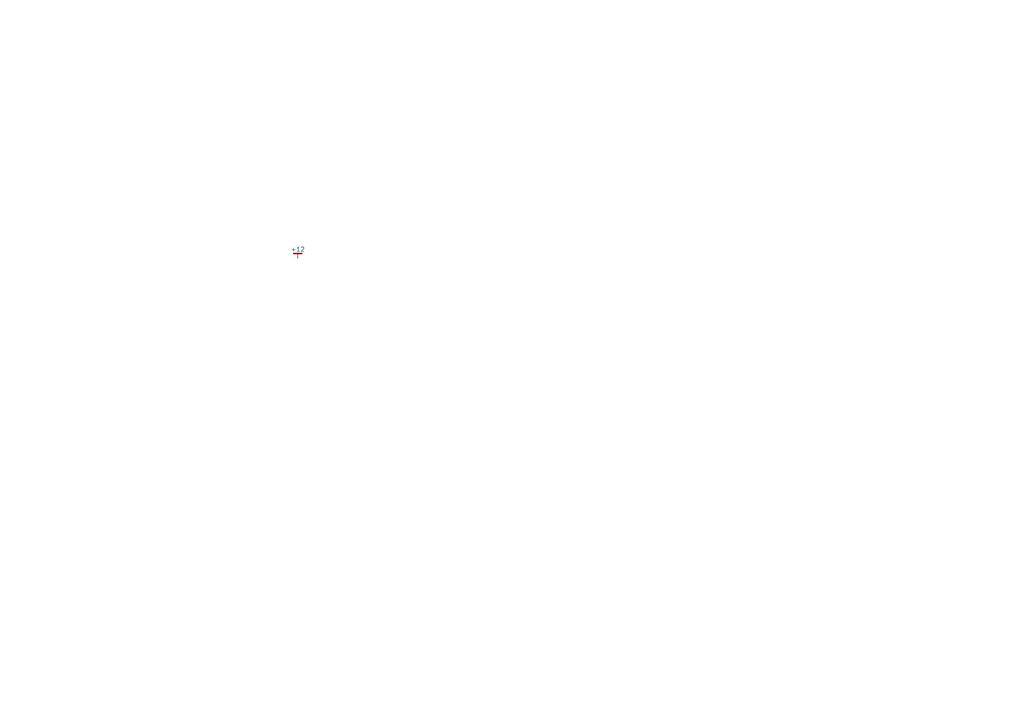
<source format=kicad_sch>
(kicad_sch (version 20211123) (generator eeschema)
  (paper "A4")
  (lib_symbols
    (symbol "Device:C" (pin_numbers hide) (pin_names (offset 0.254))
      (property "Reference" "C" (at 0.635 2.54 0))
      (property "Value" "Device_C" (at 0.635 -2.54 0))
      (symbol "C_0_1"
        (polyline (pts (xy -2.032 -0.762) (xy 2.032 -0.762)) (stroke (width 0.508)))
        (polyline (pts (xy -2.032 0.762) (xy 2.032 0.762)) (stroke (width 0.508)))
      )
      (symbol "C_1_1"
        (pin passive line (at 0 3.81 270) (length 2.794) (name "~") (number "1"))
        (pin passive line (at 0 -3.81 90) (length 2.794) (name "~") (number "2"))
      )
    )
    (symbol "Device:D" (pin_numbers hide) (pin_names (offset 1.016) hide)
      (property "Reference" "D" (at 0 2.54 0))
      (property "Value" "Device_D" (at 0 -2.54 0))
      (symbol "D_0_1"
        (polyline (pts (xy -1.27 1.27) (xy -1.27 -1.27)) (stroke (width 0.254)))
        (polyline (pts (xy 1.27 0) (xy -1.27 0)))
        (polyline (pts (xy 1.27 1.27) (xy 1.27 -1.27) (xy -1.27 0) (xy 1.27 1.27)) (stroke (width 0.254)))
      )
      (symbol "D_1_1"
        (pin passive line (at -3.81 0 0) (length 2.54) (name "K") (number "1"))
        (pin passive line (at 3.81 0 180) (length 2.54) (name "A") (number "2"))
      )
    )
    (symbol "Device:LED" (pin_numbers hide) (pin_names (offset 1.016) hide)
      (property "Reference" "D" (at 0 2.54 0))
      (property "Value" "Device_LED" (at 0 -2.54 0))
      (symbol "LED_0_1"
        (polyline (pts (xy -1.27 -1.27) (xy -1.27 1.27)) (stroke (width 0.254)))
        (polyline (pts (xy -1.27 0) (xy 1.27 0)))
        (polyline (pts (xy 1.27 -1.27) (xy 1.27 1.27) (xy -1.27 0) (xy 1.27 -1.27)) (stroke (width 0.254)))
        (polyline (pts (xy -3.048 -0.762) (xy -4.572 -2.286) (xy -3.81 -2.286) (xy -4.572 -2.286) (xy -4.572 -1.524)))
        (polyline (pts (xy -1.778 -0.762) (xy -3.302 -2.286) (xy -2.54 -2.286) (xy -3.302 -2.286) (xy -3.302 -1.524)))
      )
      (symbol "LED_1_1"
        (pin passive line (at -3.81 0 0) (length 2.54) (name "K") (number "1"))
        (pin passive line (at 3.81 0 180) (length 2.54) (name "A") (number "2"))
      )
    )
    (symbol "Device:R" (pin_numbers hide) (pin_names (offset 0))
      (property "Reference" "R" (at 2.032 0 90))
      (property "Value" "Device_R" (at 0 0 90))
      (symbol "R_0_1"
        (rectangle (start -1.016 -2.54) (end 1.016 2.54) (stroke (width 0.254)))
      )
      (symbol "R_1_1"
        (pin passive line (at 0 3.81 270) (length 1.27) (name "~") (number "1"))
        (pin passive line (at 0 -3.81 90) (length 1.27) (name "~") (number "2"))
      )
    )
    (symbol "Device:R_POT" (pin_names (offset 1.016) hide)
      (property "Reference" "RV" (at -4.445 0 90))
      (property "Value" "Device_R_POT" (at -2.54 0 90))
      (symbol "R_POT_0_1"
        (polyline (pts (xy 2.54 0) (xy 1.524 0)))
        (polyline (pts (xy 1.143 0) (xy 2.286 0.508) (xy 2.286 -0.508) (xy 1.143 0)) (fill (type outline)))
        (rectangle (start 1.016 2.54) (end -1.016 -2.54) (stroke (width 0.254)))
      )
      (symbol "R_POT_1_1"
        (pin passive line (at 0 3.81 270) (length 1.27) (name "1") (number "1"))
        (pin passive line (at 3.81 0 180) (length 1.27) (name "2") (number "2"))
        (pin passive line (at 0 -3.81 90) (length 1.27) (name "3") (number "3"))
      )
    )
    (symbol "Diode:1N4148" (pin_numbers hide) (pin_names (offset 1.016) hide)
      (property "Reference" "D" (at 0 2.54 0))
      (property "Value" "Diode_1N4148" (at 0 -2.54 0))
      (symbol "1N4148_0_1"
        (polyline (pts (xy -1.27 1.27) (xy -1.27 -1.27)) (stroke (width 0.254)))
        (polyline (pts (xy 1.27 0) (xy -1.27 0)))
        (polyline (pts (xy 1.27 1.27) (xy 1.27 -1.27) (xy -1.27 0) (xy 1.27 1.27)) (stroke (width 0.254)))
      )
      (symbol "1N4148_1_1"
        (pin passive line (at -3.81 0 0) (length 2.54) (name "K") (number "1"))
        (pin passive line (at 3.81 0 180) (length 2.54) (name "A") (number "2"))
      )
    )
    (symbol "Relay:DIPxx-1Cxx-51x"
      (property "Reference" "K" (at 11.43 3.81 0))
      (property "Value" "Relay_DIPxx-1Cxx-51x" (at 11.43 1.27 0))
      (symbol "DIPxx-1Cxx-51x_0_0"
        (polyline (pts (xy 2.54 5.08) (xy 2.54 2.54) (xy 3.175 3.175) (xy 2.54 3.81)) (fill (type outline)))
        (polyline (pts (xy 7.62 5.08) (xy 7.62 2.54) (xy 6.985 3.175) (xy 7.62 3.81)))
      )
      (symbol "DIPxx-1Cxx-51x_0_1"
        (rectangle (start -10.16 5.08) (end 10.16 -5.08) (stroke (width 0.254)) (fill (type background)))
        (rectangle (start -8.255 1.905) (end -1.905 -1.905) (stroke (width 0.254)))
        (polyline (pts (xy -7.62 -1.905) (xy -2.54 1.905)) (stroke (width 0.254)))
        (polyline (pts (xy -5.08 -5.08) (xy -5.08 -1.905)))
        (polyline (pts (xy -5.08 5.08) (xy -5.08 1.905)))
        (polyline (pts (xy -1.905 0) (xy -1.27 0)) (stroke (width 0.254)))
        (polyline (pts (xy -0.635 0) (xy 0 0)) (stroke (width 0.254)))
        (polyline (pts (xy 0.635 0) (xy 1.27 0)) (stroke (width 0.254)))
        (polyline (pts (xy 1.905 0) (xy 2.54 0)) (stroke (width 0.254)))
        (polyline (pts (xy 3.175 0) (xy 3.81 0)) (stroke (width 0.254)))
        (polyline (pts (xy 5.08 -2.54) (xy 3.175 3.81)) (stroke (width 0.508)))
        (polyline (pts (xy 5.08 -2.54) (xy 5.08 -5.08)))
      )
      (symbol "DIPxx-1Cxx-51x_1_1"
        (pin passive line (at 2.54 7.62 270) (length 2.54) (name "~") (number "1"))
        (pin passive line (at 7.62 7.62 270) (length 2.54) (name "~") (number "14"))
        (pin passive line (at -5.08 -7.62 90) (length 2.54) (name "~") (number "2"))
        (pin passive line (at -5.08 7.62 270) (length 2.54) (name "~") (number "6"))
        (pin passive line (at 5.08 -7.62 90) (length 2.54) (name "~") (number "7"))
        (pin passive line (at 5.08 -7.62 90) (length 2.54) hide (name "~") (number "8"))
      )
    )
    (symbol "Transistor_BJT:BC848" (pin_names (offset 0) hide)
      (property "Reference" "Q" (at 5.08 1.905 0))
      (property "Value" "Transistor_BJT_BC848" (at 5.08 0 0))
      (symbol "BC848_0_1"
        (polyline (pts (xy 0.635 0.635) (xy 2.54 2.54)))
        (polyline (pts (xy 0.635 -0.635) (xy 2.54 -2.54) (xy 2.54 -2.54)))
        (polyline (pts (xy 0.635 1.905) (xy 0.635 -1.905) (xy 0.635 -1.905)) (stroke (width 0.508)))
        (polyline (pts (xy 1.27 -1.778) (xy 1.778 -1.27) (xy 2.286 -2.286) (xy 1.27 -1.778) (xy 1.27 -1.778)) (fill (type outline)))
        (circle (center 1.27 0) (radius 2.8194) (stroke (width 0.254)))
      )
      (symbol "BC848_1_1"
        (pin input line (at -5.08 0 0) (length 5.715) (name "B") (number "1"))
        (pin passive line (at 2.54 -5.08 90) (length 2.54) (name "E") (number "2"))
        (pin passive line (at 2.54 5.08 270) (length 2.54) (name "C") (number "3"))
      )
    )
    (symbol "power1:+12" (power) (pin_names (offset 0))
      (property "Value" "+12" (at 0 2.54 0))
      (symbol "+12_0_1"
        (polyline (pts (xy 0 0.762) (xy 0 0)))
        (polyline (pts (xy 0 1.27) (xy 0 0.762)))
        (polyline (pts (xy -1.27 1.524) (xy 1.27 1.524) (xy 1.27 1.27) (xy -1.27 1.27) (xy -1.27 1.524)) (fill (type outline)))
      )
      (symbol "+12_1_1"
        (pin power_in line (at 0 0 90) (length 0) hide (name "+12") (number "1"))
      )
    )
    (symbol "power1:+24" (power) (pin_names (offset 0))
      (property "Value" "+24" (at 0 2.54 0))
      (symbol "+24_0_1"
        (polyline (pts (xy 0 0.762) (xy 0 0)))
        (polyline (pts (xy 0 1.27) (xy 0 0.762)))
        (polyline (pts (xy -1.27 1.524) (xy 1.27 1.524) (xy 1.27 1.27) (xy -1.27 1.27) (xy -1.27 1.524)) (fill (type outline)))
      )
      (symbol "+24_1_1"
        (pin power_in line (at 0 0 90) (length 0) hide (name "+24") (number "1"))
      )
    )
    (symbol "power:GND" (power) (pin_names (offset 0))
      (property "Value" "power_GND" (at 0 -3.81 0))
      (symbol "GND_0_1"
        (polyline (pts (xy 0 0) (xy 0 -1.27) (xy 1.27 -1.27) (xy 0 -2.54) (xy -1.27 -1.27) (xy 0 -1.27)))
      )
      (symbol "GND_1_1"
        (pin power_in line (at 0 0 270) (length 0) hide (name "GND") (number "1"))
      )
    )
  )
  (junction (at -114.3 105.41))
  (junction (at -100.33 87.63))
  (junction (at -52.07 93.98))
  (junction (at -156.21 90.17))
  (junction (at -52.07 78.74))
  (junction (at -80.01 102.87))
  (junction (at -124.46 105.41))
  (junction (at -132.08 105.41))
  (junction (at -134.62 35.56))
  (junction (at -125.73 35.56))
  (wire (pts (xy -124.46 95.25) (xy -124.46 105.41)))
  (wire (pts (xy -156.21 102.87) (xy -156.21 90.17)))
  (wire (pts (xy -143.51 93.98) (xy -125.73 93.98)))
  (wire (pts (xy -52.07 93.98) (xy -52.07 91.44)))
  (wire (pts (xy -134.62 29.21) (xy -134.62 35.56)))
  (wire (pts (xy -156.21 58.42) (xy -156.21 90.17)))
  (wire (pts (xy -125.73 93.98) (xy -125.73 35.56)))
  (wire (pts (xy -82.55 35.56) (xy -82.55 40.64)))
  (wire (pts (xy -86.36 87.63) (xy -80.01 87.63)))
  (wire (pts (xy -114.3 95.25) (xy -114.3 105.41)))
  (wire (pts (xy -101.6 105.41) (xy -97.79 105.41)))
  (wire (pts (xy -134.62 52.07) (xy -134.62 48.26)))
  (wire (pts (xy -118.11 139.7) (xy -118.11 137.16)))
  (wire (pts (xy -100.33 100.33) (xy -97.79 100.33)))
  (wire (pts (xy -96.52 57.15) (xy -100.33 57.15)))
  (wire (pts (xy -52.07 78.74) (xy -52.07 83.82)))
  (wire (pts (xy -156.21 90.17) (xy -148.59 90.17)))
  (wire (pts (xy -125.73 35.56) (xy -82.55 35.56)))
  (wire (pts (xy -163.83 107.95) (xy -153.67 107.95)))
  (wire (pts (xy -52.07 110.49) (xy -52.07 107.95)))
  (wire (pts (xy -124.46 105.41) (xy -123.19 105.41)))
  (wire (pts (xy -132.08 90.17) (xy -132.08 105.41)))
  (wire (pts (xy -100.33 87.63) (xy -100.33 100.33)))
  (wire (pts (xy -115.57 95.25) (xy -114.3 95.25)))
  (wire (pts (xy -143.51 97.79) (xy -143.51 93.98)))
  (wire (pts (xy -92.71 50.8) (xy -82.55 50.8)))
  (wire (pts (xy -134.62 66.04) (xy -134.62 68.58)))
  (wire (pts (xy -147.32 52.07) (xy -134.62 52.07)))
  (wire (pts (xy -82.55 72.39) (xy -82.55 74.93)))
  (wire (pts (xy -80.01 87.63) (xy -80.01 102.87)))
  (wire (pts (xy -134.62 35.56) (xy -125.73 35.56)))
  (wire (pts (xy -134.62 35.56) (xy -134.62 40.64)))
  (wire (pts (xy -92.71 60.96) (xy -92.71 63.5)))
  (wire (pts (xy -181.61 107.95) (xy -171.45 107.95)))
  (wire (pts (xy -114.3 105.41) (xy -114.3 109.22)))
  (wire (pts (xy -80.01 102.87) (xy -82.55 102.87)))
  (wire (pts (xy -132.08 105.41) (xy -138.43 105.41)))
  (wire (pts (xy -147.32 54.61) (xy -147.32 52.07)))
  (wire (pts (xy -82.55 50.8) (xy -82.55 48.26)))
  (wire (pts (xy -114.3 105.41) (xy -109.22 105.41)))
  (wire (pts (xy -72.39 102.87) (xy -80.01 102.87)))
  (wire (pts (xy -35.56 93.98) (xy -52.07 93.98)))
  (wire (pts (xy -134.62 78.74) (xy -134.62 76.2)))
  (wire (pts (xy -82.55 63.5) (xy -82.55 64.77)))
  (wire (pts (xy -147.32 62.23) (xy -147.32 66.04)))
  (wire (pts (xy -93.98 87.63) (xy -100.33 87.63)))
  (wire (pts (xy -151.13 58.42) (xy -156.21 58.42)))
  (wire (pts (xy -115.57 105.41) (xy -114.3 105.41)))
  (wire (pts (xy -92.71 53.34) (xy -92.71 50.8)))
  (wire (pts (xy -52.07 97.79) (xy -52.07 93.98)))
  (wire (pts (xy -147.32 66.04) (xy -134.62 66.04)))
  (wire (pts (xy -140.97 90.17) (xy -132.08 90.17)))
  (wire (pts (xy -35.56 78.74) (xy -52.07 78.74)))
  (wire (pts (xy -52.07 73.66) (xy -52.07 78.74)))
  (wire (pts (xy -153.67 102.87) (xy -156.21 102.87)))
  (wire (pts (xy -52.07 123.19) (xy -52.07 118.11)))
  (wire (pts (xy -123.19 95.25) (xy -124.46 95.25)))
  (wire (pts (xy -100.33 57.15) (xy -100.33 87.63)))
  (wire (pts (xy -114.3 120.65) (xy -114.3 116.84)))
  (wire (pts (xy -64.77 102.87) (xy -59.69 102.87)))
  (wire (pts (xy -132.08 105.41) (xy -124.46 105.41)))
  (wire (pts (xy -92.71 63.5) (xy -82.55 63.5)))
  (symbol (lib_id "Device:R") (at -167.64 107.95 270) (unit 1)
    (property "Reference" "R25" (at -167.64 102.6922 90))
    (property "Value" "10K" (at -167.64 105.0036 90))
    (property "Footprint" "Resistor_SMD:R_0603_1608Metric_Pad0.98x0.95mm_HandSolder" (effects hide))
  )
  (symbol (lib_id "Device:R") (at -144.78 90.17 270) (unit 1)
    (property "Reference" "R26" (at -144.78 84.9122 90))
    (property "Value" "10M" (at -144.78 87.2236 90))
    (property "Footprint" "Resistor_SMD:R_0603_1608Metric_Pad0.98x0.95mm_HandSolder" (effects hide))
  )
  (symbol (lib_id "Device:R_POT") (at -147.32 58.42 180) (unit 1)
    (property "Reference" "RV6" (at -145.542 57.2516 0) (effects (justify right)))
    (property "Value" "10K" (at -145.542 59.563 0) (effects (justify right)))
    (property "Footprint" "Potentiometer_SMD:Potentiometer_Vishay_TS53YL_Vertical" (effects hide))
    (property "Datasheet" "https://www.vishay.com/docs/51008/ts53.pdf" (effects hide))
  )
  (symbol (lib_id "Device:R") (at -134.62 72.39 0) (unit 1)
    (property "Reference" "R28" (at -132.842 71.2216 0) (effects (justify left)))
    (property "Value" "47K" (at -132.842 73.533 0) (effects (justify left)))
    (property "Footprint" "Resistor_SMD:R_0603_1608Metric_Pad0.98x0.95mm_HandSolder" (effects hide))
  )
  (symbol (lib_id "Device:R") (at -82.55 44.45 0) (unit 1)
    (property "Reference" "R32" (at -80.772 43.2816 0) (effects (justify left)))
    (property "Value" "R" (at -80.772 45.593 0) (effects (justify left)))
    (property "Footprint" "Resistor_SMD:R_0603_1608Metric_Pad0.98x0.95mm_HandSolder" (effects hide))
  )
  (symbol (lib_id "power:GND") (at -82.55 74.93 0) (unit 1)
    (property "Reference" "#PWR?" (effects hide))
    (property "Value" "GND" (at -82.423 79.3242 0))
  )
  (symbol (lib_id "Transistor_BJT:BC848") (at -54.61 102.87 0) (unit 1)
    (property "Reference" "Q4" (at -49.7586 101.7016 0) (effects (justify left)))
    (property "Value" "BC848" (at -49.7586 104.013 0) (effects (justify left)))
    (property "Footprint" "Package_TO_SOT_SMD:SOT-23" (effects hide))
    (property "Datasheet" "http://www.infineon.com/dgdl/Infineon-BC847SERIES_BC848SERIES_BC849SERIES_BC850SERIES-DS-v01_01-en.pdf?fileId=db3a304314dca389011541d4630a1657" (effects hide))
  )
  (symbol (lib_id "Device:LED") (at -52.07 114.3 90) (unit 1)
    (property "Reference" "D7" (at -49.0728 113.3094 90) (effects (justify right)))
    (property "Value" "LED" (at -49.0728 115.6208 90) (effects (justify right)))
    (property "Footprint" "LED_SMD:LED_1206_3216Metric" (effects hide))
    (property "Datasheet" "https://www.aopled.com/AOP_PDFs/L152L-LIC.pdf" (effects hide))
  )
  (symbol (lib_id "power:GND") (at -52.07 123.19 0) (unit 1)
    (property "Reference" "#PWR?" (effects hide))
    (property "Value" "GND" (at -51.943 127.5842 0))
  )
  (symbol (lib_id "Diode:1N4148") (at -52.07 87.63 270) (unit 1)
    (property "Reference" "D6" (at -50.038 86.4616 90) (effects (justify left)))
    (property "Value" "1N4148" (at -50.038 88.773 90) (effects (justify left)))
    (property "Footprint" "Diode_SMD:D_SOD-323" (effects hide))
    (property "Datasheet" "https://www.diodes.com/assets/Datasheets/1N4148WSF.pdf" (effects hide))
  )
  (symbol (lib_id "Device:R") (at -134.62 44.45 0) (unit 1)
    (property "Reference" "R27" (at -132.842 43.2816 0) (effects (justify left)))
    (property "Value" "68K" (at -132.842 45.593 0) (effects (justify left)))
    (property "Footprint" "Resistor_SMD:R_0603_1608Metric_Pad0.98x0.95mm_HandSolder" (effects hide))
  )
  (symbol (lib_id "power:GND") (at -134.62 78.74 0) (unit 1)
    (property "Reference" "#PWR?" (effects hide))
    (property "Value" "GND" (at -134.493 83.1342 0))
  )
  (symbol (lib_id "Relay:DIPxx-1Cxx-51x") (at -30.48 86.36 0) (unit 1)
    (property "Reference" "K3" (at -19.558 85.1916 0) (effects (justify left)))
    (property "Value" "DIPxx-1Cxx-51x" (at -19.558 87.503 0) (effects (justify left)))
    (property "Footprint" "Relay_THT:Relay_StandexMeder_DIP_LowProfile" (effects hide))
    (property "Datasheet" "https://standexelectronics.com/wp-content/uploads/datasheet_reed_relay_DIP.pdf" (effects hide))
  )
  (symbol (lib_id "Device:R") (at -119.38 105.41 270) (unit 1)
    (property "Reference" "R29" (at -119.38 100.1522 90))
    (property "Value" "2.2M" (at -119.38 102.4636 90))
    (property "Footprint" "Resistor_SMD:R_0603_1608Metric_Pad0.98x0.95mm_HandSolder" (effects hide))
  )
  (symbol (lib_id "Device:D") (at -119.38 95.25 0) (unit 1)
    (property "Reference" "D5" (at -119.38 89.7382 0))
    (property "Value" "FD300" (at -119.38 92.0496 0))
    (property "Footprint" "Diode_SMD:D_0603_1608Metric_Pad1.05x0.95mm_HandSolder" (effects hide))
  )
  (symbol (lib_id "Device:C") (at -114.3 113.03 0) (unit 1)
    (property "Reference" "C9" (at -111.379 111.8616 0) (effects (justify left)))
    (property "Value" "2.2uF" (at -111.379 114.173 0) (effects (justify left)))
    (property "Footprint" "Capacitor_SMD:C_0603_1608Metric_Pad1.08x0.95mm_HandSolder" (effects hide))
  )
  (symbol (lib_id "Device:R") (at -105.41 105.41 270) (unit 1)
    (property "Reference" "R30" (at -105.41 100.1522 90))
    (property "Value" "10K" (at -105.41 102.4636 90))
    (property "Footprint" "Resistor_SMD:R_0603_1608Metric_Pad0.98x0.95mm_HandSolder" (effects hide))
  )
  (symbol (lib_id "Device:R") (at -90.17 87.63 270) (unit 1)
    (property "Reference" "R31" (at -90.17 82.3722 90))
    (property "Value" "10M" (at -90.17 84.6836 90))
    (property "Footprint" "Resistor_SMD:R_0603_1608Metric_Pad0.98x0.95mm_HandSolder" (effects hide))
  )
  (symbol (lib_id "Device:R_POT") (at -92.71 57.15 180) (unit 1)
    (property "Reference" "RV7" (at -90.932 55.9816 0) (effects (justify right)))
    (property "Value" "R_POT" (at -90.932 58.293 0) (effects (justify right)))
    (property "Footprint" "Potentiometer_SMD:Potentiometer_Vishay_TS53YL_Vertical" (effects hide))
    (property "Datasheet" "https://www.vishay.com/docs/51008/ts53.pdf" (effects hide))
  )
  (symbol (lib_id "Device:R") (at -82.55 68.58 0) (unit 1)
    (property "Reference" "R33" (at -80.772 67.4116 0) (effects (justify left)))
    (property "Value" "R" (at -80.772 69.723 0) (effects (justify left)))
    (property "Footprint" "Resistor_SMD:R_0603_1608Metric_Pad0.98x0.95mm_HandSolder" (effects hide))
  )
  (symbol (lib_id "power:GND") (at -114.3 120.65 0) (unit 1)
    (property "Reference" "#PWR?" (effects hide))
    (property "Value" "GND" (at -114.173 125.0442 0))
  )
  (symbol (lib_id "power:GND") (at -118.11 139.7 0) (unit 1)
    (property "Reference" "#PWR?" (effects hide))
    (property "Value" "GND" (at -117.983 144.0942 0))
  )
  (symbol (lib_id "Device:R") (at -68.58 102.87 90) (unit 1)
    (property "Reference" "R34" (at -68.58 97.6122 90))
    (property "Value" "6.8K" (at -68.58 99.9236 90))
    (property "Footprint" "Resistor_SMD:R_0603_1608Metric_Pad0.98x0.95mm_HandSolder" (effects hide))
  )
  (symbol (lib_id "power1:+12") (at 86.36 74.93 0) (unit 1)
    (property "Reference" "#PWR?" (effects hide))
    (property "Value" "+12" (at 86.36 72.3415 0))
  )
  (symbol (lib_id "power1:+24") (at -52.07 73.66 0) (unit 1)
    (property "Reference" "#PWR?" (effects hide))
    (property "Value" "+24" (at -52.07 71.0715 0))
  )
)
</source>
